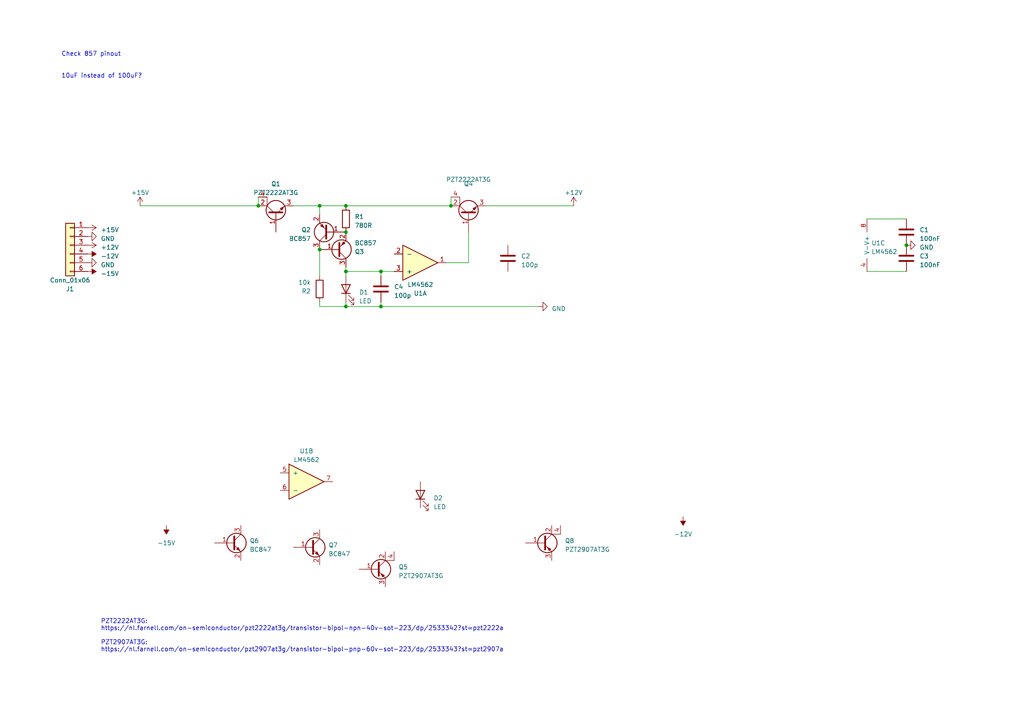
<source format=kicad_sch>
(kicad_sch (version 20230121) (generator eeschema)
  (paper "A4")
  (lib_symbols
    (symbol "Audio_DSP:LM4562" (pin_names (offset 1.016))
      (property "Reference" "U" (at 1.27 6.35 0))
      (property "Value" "LM4562" (at 3.81 3.81 0))
      (symbol "LM4562_1_1"
        (polyline (pts (xy -3.81 5.08) (xy 6.35 0) (xy -3.81 -5.08) (xy -3.81 5.08)) (stroke (width 0.254)) (fill (type background)))
        (pin output line (at 8.89 0 180) (length 2.54) (name "~") (number "1"))
        (pin input line (at -6.35 -2.54 0) (length 2.54) (name "-") (number "2"))
        (pin input line (at -6.35 2.54 0) (length 2.54) (name "+") (number "3"))
      )
      (symbol "LM4562_2_1"
        (polyline (pts (xy -3.81 5.08) (xy 6.35 0) (xy -3.81 -5.08) (xy -3.81 5.08)) (stroke (width 0.254)) (fill (type background)))
        (pin input line (at -6.35 2.54 0) (length 2.54) (name "+") (number "5"))
        (pin input line (at -6.35 -2.54 0) (length 2.54) (name "-") (number "6"))
        (pin output line (at 8.89 0 180) (length 2.54) (name "~") (number "7"))
      )
      (symbol "LM4562_3_1"
        (pin power_in line (at 0 -7.62 90) (length 3.81) (name "V-") (number "4"))
        (pin power_in line (at 0 7.62 270) (length 3.81) (name "V+") (number "8"))
      )
    )
    (symbol "Audio_DSP:PZT2222AT3G"
      (property "Reference" "Q" (at 6.35 1.27 0))
      (property "Value" "PZT2222AT3G" (at 11.43 -1.27 0))
      (symbol "PZT2222AT3G_0_1"
        (polyline (pts (xy -0.635 0.635) (xy 1.27 2.54)))
        (polyline (pts (xy 1.27 2.54) (xy 3.81 2.54)))
        (polyline (pts (xy -0.635 -0.635) (xy 1.27 -2.54) (xy 1.27 -2.54)))
        (polyline (pts (xy -0.635 1.905) (xy -0.635 -1.905) (xy -0.635 -1.905)) (stroke (width 0.508)))
        (polyline (pts (xy 0 -1.778) (xy 0.508 -1.27) (xy 1.016 -2.286) (xy 0 -1.778) (xy 0 -1.778)) (fill (type outline)))
        (circle (center 0 0) (radius 2.8194) (stroke (width 0.254)))
      )
      (symbol "PZT2222AT3G_1_1"
        (pin input line (at -6.35 0 0) (length 5.715) (name "") (number "1"))
        (pin passive line (at 1.27 5.08 270) (length 2.54) (name "") (number "2"))
        (pin passive line (at 1.27 -5.08 90) (length 2.54) (name "") (number "3"))
        (pin passive line (at 3.81 5.08 270) (length 2.54) (name "") (number "4"))
      )
    )
    (symbol "Audio_DSP:PZT2907AT3G"
      (property "Reference" "Q" (at 6.35 1.27 0))
      (property "Value" "PZT2907AT3G" (at 11.43 -1.27 0))
      (symbol "PZT2907AT3G_0_1"
        (polyline (pts (xy -0.635 0.635) (xy 1.27 2.54)))
        (polyline (pts (xy 1.27 2.54) (xy 3.81 2.54)))
        (polyline (pts (xy -0.635 -0.635) (xy 1.27 -2.54) (xy 1.27 -2.54)))
        (polyline (pts (xy -0.635 1.905) (xy -0.635 -1.905) (xy -0.635 -1.905)) (stroke (width 0.508)))
        (polyline (pts (xy 1.016 -1.778) (xy 0.508 -2.286) (xy 0 -1.27) (xy 1.016 -1.778) (xy 1.016 -1.778)) (fill (type outline)))
        (circle (center 0 0) (radius 2.8194) (stroke (width 0.254)))
      )
      (symbol "PZT2907AT3G_1_1"
        (pin input line (at -6.35 0 0) (length 5.715) (name "") (number "1"))
        (pin passive line (at 1.27 5.08 270) (length 2.54) (name "") (number "2"))
        (pin passive line (at 1.27 -5.08 90) (length 2.54) (name "") (number "3"))
        (pin passive line (at 3.81 5.08 270) (length 2.54) (name "") (number "4"))
      )
    )
    (symbol "Connector_Generic:Conn_01x06" (pin_names (offset 1.016) hide)
      (property "Reference" "J" (at 0 7.62 0))
      (property "Value" "Conn_01x06" (at 0 -10.16 0))
      (symbol "Conn_01x06_1_1"
        (rectangle (start -1.27 -7.493) (end 0 -7.747) (stroke (width 0.1524)))
        (rectangle (start -1.27 -4.953) (end 0 -5.207) (stroke (width 0.1524)))
        (rectangle (start -1.27 -2.413) (end 0 -2.667) (stroke (width 0.1524)))
        (rectangle (start -1.27 0.127) (end 0 -0.127) (stroke (width 0.1524)))
        (rectangle (start -1.27 2.667) (end 0 2.413) (stroke (width 0.1524)))
        (rectangle (start -1.27 5.207) (end 0 4.953) (stroke (width 0.1524)))
        (rectangle (start -1.27 6.35) (end 1.27 -8.89) (stroke (width 0.254)) (fill (type background)))
        (pin passive line (at -5.08 5.08 0) (length 3.81) (name "Pin_1") (number "1"))
        (pin passive line (at -5.08 2.54 0) (length 3.81) (name "Pin_2") (number "2"))
        (pin passive line (at -5.08 0 0) (length 3.81) (name "Pin_3") (number "3"))
        (pin passive line (at -5.08 -2.54 0) (length 3.81) (name "Pin_4") (number "4"))
        (pin passive line (at -5.08 -5.08 0) (length 3.81) (name "Pin_5") (number "5"))
        (pin passive line (at -5.08 -7.62 0) (length 3.81) (name "Pin_6") (number "6"))
      )
    )
    (symbol "Device:C" (pin_numbers hide) (pin_names (offset 0.254))
      (property "Reference" "C" (at 0.635 2.54 0))
      (property "Value" "C" (at 0.635 -2.54 0))
      (symbol "C_0_1"
        (polyline (pts (xy -2.032 -0.762) (xy 2.032 -0.762)) (stroke (width 0.508)))
        (polyline (pts (xy -2.032 0.762) (xy 2.032 0.762)) (stroke (width 0.508)))
      )
      (symbol "C_1_1"
        (pin passive line (at 0 3.81 270) (length 2.794) (name "~") (number "1"))
        (pin passive line (at 0 -3.81 90) (length 2.794) (name "~") (number "2"))
      )
    )
    (symbol "Device:LED" (pin_numbers hide) (pin_names (offset 1.016) hide)
      (property "Reference" "D" (at 0 2.54 0))
      (property "Value" "LED" (at 0 -2.54 0))
      (symbol "LED_0_1"
        (polyline (pts (xy -1.27 -1.27) (xy -1.27 1.27)) (stroke (width 0.254)))
        (polyline (pts (xy -1.27 0) (xy 1.27 0)))
        (polyline (pts (xy 1.27 -1.27) (xy 1.27 1.27) (xy -1.27 0) (xy 1.27 -1.27)) (stroke (width 0.254)))
        (polyline (pts (xy -3.048 -0.762) (xy -4.572 -2.286) (xy -3.81 -2.286) (xy -4.572 -2.286) (xy -4.572 -1.524)))
        (polyline (pts (xy -1.778 -0.762) (xy -3.302 -2.286) (xy -2.54 -2.286) (xy -3.302 -2.286) (xy -3.302 -1.524)))
      )
      (symbol "LED_1_1"
        (pin passive line (at -3.81 0 0) (length 2.54) (name "K") (number "1"))
        (pin passive line (at 3.81 0 180) (length 2.54) (name "A") (number "2"))
      )
    )
    (symbol "Device:R" (pin_numbers hide) (pin_names (offset 0))
      (property "Reference" "R" (at 2.032 0 90))
      (property "Value" "R" (at 0 0 90))
      (symbol "R_0_1"
        (rectangle (start -1.016 -2.54) (end 1.016 2.54) (stroke (width 0.254)))
      )
      (symbol "R_1_1"
        (pin passive line (at 0 3.81 270) (length 1.27) (name "~") (number "1"))
        (pin passive line (at 0 -3.81 90) (length 1.27) (name "~") (number "2"))
      )
    )
    (symbol "Transistor_BJT:BC847" (pin_names (offset 0) hide)
      (property "Reference" "Q" (at 5.08 1.905 0))
      (property "Value" "BC847" (at 5.08 0 0))
      (symbol "BC847_0_1"
        (polyline (pts (xy 0.635 0.635) (xy 2.54 2.54)))
        (polyline (pts (xy 0.635 -0.635) (xy 2.54 -2.54) (xy 2.54 -2.54)))
        (polyline (pts (xy 0.635 1.905) (xy 0.635 -1.905) (xy 0.635 -1.905)) (stroke (width 0.508)))
        (polyline (pts (xy 1.27 -1.778) (xy 1.778 -1.27) (xy 2.286 -2.286) (xy 1.27 -1.778) (xy 1.27 -1.778)) (fill (type outline)))
        (circle (center 1.27 0) (radius 2.8194) (stroke (width 0.254)))
      )
      (symbol "BC847_1_1"
        (pin input line (at -5.08 0 0) (length 5.715) (name "B") (number "1"))
        (pin passive line (at 2.54 -5.08 90) (length 2.54) (name "E") (number "2"))
        (pin passive line (at 2.54 5.08 270) (length 2.54) (name "C") (number "3"))
      )
    )
    (symbol "Transistor_BJT:BC857" (pin_names (offset 0) hide)
      (property "Reference" "Q" (at 5.08 1.905 0))
      (property "Value" "BC857" (at 5.08 0 0))
      (symbol "BC857_0_1"
        (polyline (pts (xy 0.635 0.635) (xy 2.54 2.54)))
        (polyline (pts (xy 0.635 -0.635) (xy 2.54 -2.54) (xy 2.54 -2.54)))
        (polyline (pts (xy 0.635 1.905) (xy 0.635 -1.905) (xy 0.635 -1.905)) (stroke (width 0.508)))
        (polyline (pts (xy 2.286 -1.778) (xy 1.778 -2.286) (xy 1.27 -1.27) (xy 2.286 -1.778) (xy 2.286 -1.778)) (fill (type outline)))
        (circle (center 1.27 0) (radius 2.8194) (stroke (width 0.254)))
      )
      (symbol "BC857_1_1"
        (pin input line (at -5.08 0 0) (length 5.715) (name "B") (number "1"))
        (pin passive line (at 2.54 -5.08 90) (length 2.54) (name "E") (number "2"))
        (pin passive line (at 2.54 5.08 270) (length 2.54) (name "C") (number "3"))
      )
    )
    (symbol "power:+12V" (power) (pin_names (offset 0))
      (property "Value" "+12V" (at 0 3.556 0))
      (symbol "+12V_0_1"
        (polyline (pts (xy -0.762 1.27) (xy 0 2.54)))
        (polyline (pts (xy 0 0) (xy 0 2.54)))
        (polyline (pts (xy 0 2.54) (xy 0.762 1.27)))
      )
      (symbol "+12V_1_1"
        (pin power_in line (at 0 0 90) (length 0) hide (name "+12V") (number "1"))
      )
    )
    (symbol "power:+15V" (power) (pin_names (offset 0))
      (property "Value" "+15V" (at 0 3.556 0))
      (symbol "+15V_0_1"
        (polyline (pts (xy -0.762 1.27) (xy 0 2.54)))
        (polyline (pts (xy 0 0) (xy 0 2.54)))
        (polyline (pts (xy 0 2.54) (xy 0.762 1.27)))
      )
      (symbol "+15V_1_1"
        (pin power_in line (at 0 0 90) (length 0) hide (name "+15V") (number "1"))
      )
    )
    (symbol "power:-12V" (power) (pin_names (offset 0))
      (property "Value" "-12V" (at 0 3.81 0))
      (symbol "-12V_0_0"
        (pin power_in line (at 0 0 90) (length 0) hide (name "-12V") (number "1"))
      )
      (symbol "-12V_0_1"
        (polyline (pts (xy 0 0) (xy 0 1.27) (xy 0.762 1.27) (xy 0 2.54) (xy -0.762 1.27) (xy 0 1.27)) (fill (type outline)))
      )
    )
    (symbol "power:-15V" (power) (pin_names (offset 0))
      (property "Value" "-15V" (at 0 3.81 0))
      (symbol "-15V_0_0"
        (pin power_in line (at 0 0 90) (length 0) hide (name "-15V") (number "1"))
      )
      (symbol "-15V_0_1"
        (polyline (pts (xy 0 0) (xy 0 1.27) (xy 0.762 1.27) (xy 0 2.54) (xy -0.762 1.27) (xy 0 1.27)) (fill (type outline)))
      )
    )
    (symbol "power:GND" (power) (pin_names (offset 0))
      (property "Value" "GND" (at 0 -3.81 0))
      (symbol "GND_0_1"
        (polyline (pts (xy 0 0) (xy 0 -1.27) (xy 1.27 -1.27) (xy 0 -2.54) (xy -1.27 -1.27) (xy 0 -1.27)))
      )
      (symbol "GND_1_1"
        (pin power_in line (at 0 0 270) (length 0) hide (name "GND") (number "1"))
      )
    )
  )
  (junction (at 100.33 67.31))
  (junction (at 74.93 59.69))
  (junction (at 92.71 59.69))
  (junction (at 130.81 59.69))
  (junction (at 92.71 72.39))
  (junction (at 100.33 88.9))
  (junction (at 110.49 88.9))
  (junction (at 100.33 59.69))
  (junction (at 100.33 78.74))
  (junction (at 110.49 78.74))
  (junction (at 262.89 71.12))
  (wire (pts (xy 100.33 59.69) (xy 130.81 59.69)))
  (wire (pts (xy 92.71 88.9) (xy 100.33 88.9)))
  (wire (pts (xy 110.49 87.63) (xy 110.49 88.9)))
  (wire (pts (xy 251.46 78.74) (xy 262.89 78.74)))
  (wire (pts (xy 74.93 57.15) (xy 74.93 59.69)))
  (wire (pts (xy 92.71 87.63) (xy 92.71 88.9)))
  (wire (pts (xy 110.49 78.74) (xy 100.33 78.74)))
  (wire (pts (xy 100.33 88.9) (xy 110.49 88.9)))
  (wire (pts (xy 251.46 63.5) (xy 262.89 63.5)))
  (wire (pts (xy 129.54 76.2) (xy 135.89 76.2)))
  (wire (pts (xy 110.49 78.74) (xy 114.3 78.74)))
  (wire (pts (xy 110.49 88.9) (xy 156.21 88.9)))
  (wire (pts (xy 100.33 87.63) (xy 100.33 88.9)))
  (wire (pts (xy 130.81 57.15) (xy 130.81 59.69)))
  (wire (pts (xy 166.37 59.69) (xy 140.97 59.69)))
  (wire (pts (xy 100.33 78.74) (xy 100.33 77.47)))
  (wire (pts (xy 40.64 59.69) (xy 74.93 59.69)))
  (wire (pts (xy 100.33 80.01) (xy 100.33 78.74)))
  (wire (pts (xy 85.09 59.69) (xy 92.71 59.69)))
  (wire (pts (xy 92.71 59.69) (xy 100.33 59.69)))
  (wire (pts (xy 92.71 62.23) (xy 92.71 59.69)))
  (wire (pts (xy 92.71 80.01) (xy 92.71 72.39)))
  (wire (pts (xy 135.89 76.2) (xy 135.89 67.31)))
  (wire (pts (xy 110.49 80.01) (xy 110.49 78.74)))
  (text "PZT2222AT3G:\nhttps://nl.farnell.com/on-semiconductor/pzt2222at3g/transistor-bipol-npn-40v-sot-223/dp/2533342?st=pzt2222a\n \nPZT2907AT3G:\nhttps://nl.farnell.com/on-semiconductor/pzt2907at3g/transistor-bipol-pnp-60v-sot-223/dp/2533343?st=pzt2907a" (at 29.21 189.23 0) (effects (font (size 1.27 1.27)) (justify left bottom)))
  (text "Check 857 pinout" (at 17.78 16.51 0) (effects (font (size 1.27 1.27)) (justify left bottom)))
  (text "10uF instead of 100uF?" (at 17.78 22.86 0) (effects (font (size 1.27 1.27)) (justify left bottom)))
  (symbol (lib_id "Connector_Generic:Conn_01x06") (at 20.32 71.12 0) (mirror y) (unit 1)
    (property "Reference" "J1" (at 20.32 83.82 0))
    (property "Value" "Conn_01x06" (at 20.32 81.28 0))
    (property "Footprint" "Connector_PinHeader_2.54mm:PinHeader_1x06_P2.54mm_Horizontal" (effects hide))
  )
  (symbol (lib_id "Audio_DSP:LM4562") (at 120.65 76.2 0) (mirror x) (unit 1)
    (property "Reference" "U1" (at 121.92 85.09 0))
    (property "Value" "LM4562" (at 121.92 82.55 0))
    (property "Footprint" "Package_SO:SOIC-8_3.9x4.9mm_P1.27mm" (effects hide))
    (property "Datasheet" "https://nl.farnell.com/texas-instruments/lm4562max-nopb/audio-amplifier-55mhz-20v-us-soic/dp/3004534?st=lm4562" (effects hide))
  )
  (symbol (lib_id "Device:C") (at 262.89 74.93 0) (unit 1)
    (property "Reference" "C3" (at 266.7 74.295 0) (effects (justify left)))
    (property "Value" "100nF" (at 266.7 76.835 0) (effects (justify left)))
  )
  (symbol (lib_id "Transistor_BJT:BC847") (at 90.17 158.75 0) (unit 1)
    (property "Reference" "Q7" (at 95.25 158.115 0) (effects (justify left)))
    (property "Value" "BC847" (at 95.25 160.655 0) (effects (justify left)))
    (property "Footprint" "Package_TO_SOT_SMD:SOT-23" (effects hide))
    (property "Datasheet" "http://www.infineon.com/dgdl/Infineon-BC847SERIES_BC848SERIES_BC849SERIES_BC850SERIES-DS-v01_01-en.pdf?fileId=db3a304314dca389011541d4630a1657" (effects hide))
  )
  (symbol (lib_id "Device:C") (at 262.89 67.31 0) (unit 1)
    (property "Reference" "C1" (at 266.7 66.675 0) (effects (justify left)))
    (property "Value" "100nF" (at 266.7 69.215 0) (effects (justify left)))
  )
  (symbol (lib_id "Audio_DSP:PZT2222AT3G") (at 80.01 60.96 90) (unit 1)
    (property "Reference" "Q1" (at 80.01 53.34 90))
    (property "Value" "PZT2222AT3G" (at 80.01 55.88 90))
    (property "Footprint" "Package_TO_SOT_SMD:SOT-223" (effects hide))
    (property "Datasheet" "https://nl.farnell.com/on-semiconductor/pzt2222at3g/transistor-bipol-npn-40v-sot-223/dp/2533342?st=pzt2222a" (effects hide))
  )
  (symbol (lib_id "power:+12V") (at 25.4 71.12 270) (unit 1)
    (property "Reference" "#PWR09" (effects hide))
    (property "Value" "+12V" (at 29.21 71.755 90) (effects (justify left)))
  )
  (symbol (lib_id "Transistor_BJT:BC847") (at 67.31 157.48 0) (unit 1)
    (property "Reference" "Q6" (at 72.39 156.845 0) (effects (justify left)))
    (property "Value" "BC847" (at 72.39 159.385 0) (effects (justify left)))
    (property "Footprint" "Package_TO_SOT_SMD:SOT-23" (effects hide))
    (property "Datasheet" "http://www.infineon.com/dgdl/Infineon-BC847SERIES_BC848SERIES_BC849SERIES_BC850SERIES-DS-v01_01-en.pdf?fileId=db3a304314dca389011541d4630a1657" (effects hide))
  )
  (symbol (lib_id "Audio_DSP:LM4562") (at 251.46 71.12 0) (unit 3)
    (property "Reference" "U1" (at 252.73 70.485 0) (effects (justify left)))
    (property "Value" "LM4562" (at 252.73 73.025 0) (effects (justify left)))
    (property "Footprint" "Package_SO:SOIC-8_3.9x4.9mm_P1.27mm" (effects hide))
    (property "Datasheet" "https://nl.farnell.com/texas-instruments/lm4562max-nopb/audio-amplifier-55mhz-20v-us-soic/dp/3004534?st=lm4562" (effects hide))
  )
  (symbol (lib_id "Transistor_BJT:BC857") (at 97.79 72.39 0) (mirror x) (unit 1)
    (property "Reference" "Q3" (at 102.87 73.025 0) (effects (justify left)))
    (property "Value" "BC857" (at 102.87 70.485 0) (effects (justify left)))
    (property "Footprint" "Package_TO_SOT_SMD:SOT-23" (effects hide))
    (property "Datasheet" "https://www.onsemi.com/pub/Collateral/BC860-D.pdf" (effects hide))
  )
  (symbol (lib_id "power:GND") (at 156.21 88.9 90) (unit 1)
    (property "Reference" "#PWR02" (effects hide))
    (property "Value" "GND" (at 160.02 89.535 90) (effects (justify right)))
  )
  (symbol (lib_id "power:-15V") (at 48.26 152.4 180) (unit 1)
    (property "Reference" "#PWR06" (effects hide))
    (property "Value" "-15V" (at 48.26 157.48 0))
  )
  (symbol (lib_id "Audio_DSP:PZT2222AT3G") (at 135.89 60.96 90) (unit 1)
    (property "Reference" "Q4" (at 135.89 53.34 90))
    (property "Value" "PZT2222AT3G" (at 135.89 52.07 90))
    (property "Footprint" "Package_TO_SOT_SMD:SOT-223" (effects hide))
    (property "Datasheet" "https://nl.farnell.com/on-semiconductor/pzt2222at3g/transistor-bipol-npn-40v-sot-223/dp/2533342?st=pzt2222a" (effects hide))
  )
  (symbol (lib_id "power:GND") (at 25.4 68.58 90) (unit 1)
    (property "Reference" "#PWR011" (effects hide))
    (property "Value" "GND" (at 29.21 69.215 90) (effects (justify right)))
  )
  (symbol (lib_id "Device:C") (at 147.32 74.93 0) (unit 1)
    (property "Reference" "C2" (at 151.13 74.295 0) (effects (justify left)))
    (property "Value" "100p" (at 151.13 76.835 0) (effects (justify left)))
    (property "Footprint" "Capacitor_SMD:C_0402_1005Metric" (effects hide))
  )
  (symbol (lib_id "Device:C") (at 110.49 83.82 0) (unit 1)
    (property "Reference" "C4" (at 114.3 83.185 0) (effects (justify left)))
    (property "Value" "100p" (at 114.3 85.725 0) (effects (justify left)))
    (property "Footprint" "Capacitor_SMD:C_0402_1005Metric" (effects hide))
  )
  (symbol (lib_id "power:-15V") (at 25.4 78.74 270) (unit 1)
    (property "Reference" "#PWR08" (effects hide))
    (property "Value" "-15V" (at 29.21 79.375 90) (effects (justify left)))
  )
  (symbol (lib_id "power:+15V") (at 25.4 66.04 270) (unit 1)
    (property "Reference" "#PWR07" (effects hide))
    (property "Value" "+15V" (at 29.21 66.675 90) (effects (justify left)))
  )
  (symbol (lib_id "power:GND") (at 25.4 76.2 90) (unit 1)
    (property "Reference" "#PWR012" (effects hide))
    (property "Value" "GND" (at 29.21 76.835 90) (effects (justify right)))
  )
  (symbol (lib_id "power:GND") (at 262.89 71.12 90) (unit 1)
    (property "Reference" "#PWR01" (effects hide))
    (property "Value" "GND" (at 266.7 71.755 90) (effects (justify right)))
  )
  (symbol (lib_id "Device:LED") (at 100.33 83.82 90) (unit 1)
    (property "Reference" "D1" (at 104.14 84.7725 90) (effects (justify right)))
    (property "Value" "LED" (at 104.14 87.3125 90) (effects (justify right)))
  )
  (symbol (lib_id "Audio_DSP:PZT2907AT3G") (at 110.49 165.1 0) (unit 1)
    (property "Reference" "Q5" (at 115.57 164.465 0) (effects (justify left)))
    (property "Value" "PZT2907AT3G" (at 115.57 167.005 0) (effects (justify left)))
    (property "Footprint" "Package_TO_SOT_SMD:SOT-223" (effects hide))
    (property "Datasheet" "https://nl.farnell.com/on-semiconductor/pzt2907at3g/transistor-bipol-pnp-60v-sot-223/dp/2533343?st=pzt2907a" (effects hide))
  )
  (symbol (lib_id "Device:R") (at 92.71 83.82 180) (unit 1)
    (property "Reference" "R2" (at 90.17 84.455 0) (effects (justify left)))
    (property "Value" "10k" (at 90.17 81.915 0) (effects (justify left)))
    (property "Footprint" "Resistor_SMD:R_0402_1005Metric" (effects hide))
  )
  (symbol (lib_id "power:-12V") (at 25.4 73.66 270) (unit 1)
    (property "Reference" "#PWR010" (effects hide))
    (property "Value" "-12V" (at 29.21 74.295 90) (effects (justify left)))
  )
  (symbol (lib_id "Audio_DSP:LM4562") (at 87.63 139.7 0) (unit 2)
    (property "Reference" "U1" (at 88.9 130.81 0))
    (property "Value" "LM4562" (at 88.9 133.35 0))
    (property "Footprint" "Package_SO:SOIC-8_3.9x4.9mm_P1.27mm" (effects hide))
    (property "Datasheet" "https://nl.farnell.com/texas-instruments/lm4562max-nopb/audio-amplifier-55mhz-20v-us-soic/dp/3004534?st=lm4562" (effects hide))
  )
  (symbol (lib_id "Device:LED") (at 121.92 143.51 90) (unit 1)
    (property "Reference" "D2" (at 125.73 144.4625 90) (effects (justify right)))
    (property "Value" "LED" (at 125.73 147.0025 90) (effects (justify right)))
  )
  (symbol (lib_id "power:+12V") (at 166.37 59.69 0) (unit 1)
    (property "Reference" "#PWR03" (effects hide))
    (property "Value" "+12V" (at 166.37 55.88 0))
  )
  (symbol (lib_id "Audio_DSP:PZT2907AT3G") (at 158.75 157.48 0) (unit 1)
    (property "Reference" "Q8" (at 163.83 156.845 0) (effects (justify left)))
    (property "Value" "PZT2907AT3G" (at 163.83 159.385 0) (effects (justify left)))
    (property "Footprint" "Package_TO_SOT_SMD:SOT-223" (effects hide))
    (property "Datasheet" "https://nl.farnell.com/on-semiconductor/pzt2907at3g/transistor-bipol-pnp-60v-sot-223/dp/2533343?st=pzt2907a" (effects hide))
  )
  (symbol (lib_id "Transistor_BJT:BC857") (at 95.25 67.31 180) (unit 1)
    (property "Reference" "Q2" (at 90.17 66.675 0) (effects (justify left)))
    (property "Value" "BC857" (at 90.17 69.215 0) (effects (justify left)))
    (property "Footprint" "Package_TO_SOT_SMD:SOT-23" (effects hide))
    (property "Datasheet" "https://www.onsemi.com/pub/Collateral/BC860-D.pdf" (effects hide))
  )
  (symbol (lib_id "power:-12V") (at 198.12 149.86 180) (unit 1)
    (property "Reference" "#PWR04" (effects hide))
    (property "Value" "-12V" (at 198.12 154.94 0))
  )
  (symbol (lib_id "Device:R") (at 100.33 63.5 0) (unit 1)
    (property "Reference" "R1" (at 102.87 62.865 0) (effects (justify left)))
    (property "Value" "780R" (at 102.87 65.405 0) (effects (justify left)))
    (property "Footprint" "Resistor_SMD:R_0402_1005Metric" (effects hide))
  )
  (symbol (lib_id "power:+15V") (at 40.64 59.69 0) (unit 1)
    (property "Reference" "#PWR05" (effects hide))
    (property "Value" "+15V" (at 40.64 55.88 0))
  )
)
</source>
